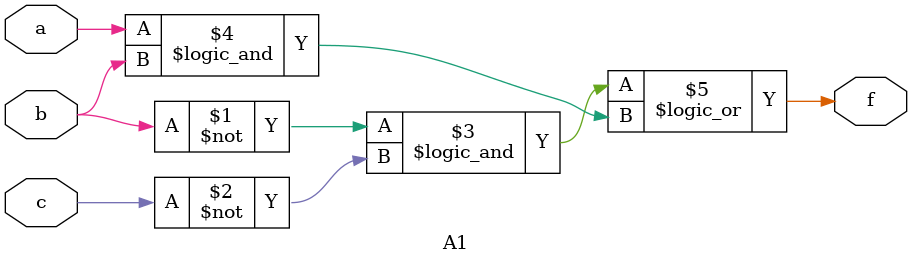
<source format=v>
`timescale 1ns / 1ps

module A1(
    input a,b,c,
    output f
);

assign f = (~b&&~c) || (a&&b);

endmodule
</source>
